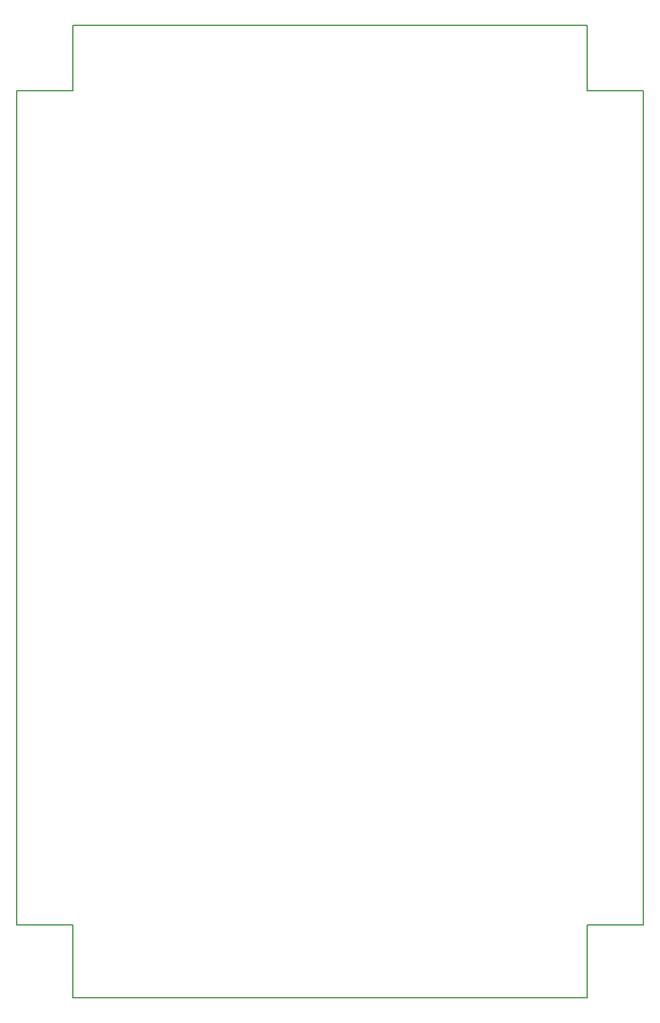
<source format=gbr>
G04 #@! TF.GenerationSoftware,KiCad,Pcbnew,5.1.5-52549c5~84~ubuntu18.04.1*
G04 #@! TF.CreationDate,2020-03-10T09:35:07+09:00*
G04 #@! TF.ProjectId,RFID-RC522_Raspberrypi,52464944-2d52-4433-9532-325f52617370,rev?*
G04 #@! TF.SameCoordinates,Original*
G04 #@! TF.FileFunction,Profile,NP*
%FSLAX46Y46*%
G04 Gerber Fmt 4.6, Leading zero omitted, Abs format (unit mm)*
G04 Created by KiCad (PCBNEW 5.1.5-52549c5~84~ubuntu18.04.1) date 2020-03-10 09:35:07*
%MOMM*%
%LPD*%
G04 APERTURE LIST*
%ADD10C,0.200000*%
G04 APERTURE END LIST*
D10*
X223000000Y-52750000D02*
X223000000Y-167250000D01*
X137000000Y-167250000D02*
X137000000Y-52750000D01*
X144750000Y-167250000D02*
X137000000Y-167250000D01*
X144750000Y-177250000D02*
X144750000Y-167250000D01*
X215250000Y-177250000D02*
X144750000Y-177250000D01*
X215250000Y-167250000D02*
X215250000Y-177250000D01*
X223000000Y-167250000D02*
X215250000Y-167250000D01*
X144750000Y-52750000D02*
X137000000Y-52750000D01*
X144750000Y-43750000D02*
X144750000Y-52750000D01*
X215250000Y-43750000D02*
X144750000Y-43750000D01*
X215250000Y-52750000D02*
X215250000Y-43750000D01*
X223000000Y-52750000D02*
X215250000Y-52750000D01*
X137000000Y-52750000D02*
X137000000Y-53000000D01*
X141000000Y-52750000D02*
X137000000Y-52750000D01*
X223000000Y-52750000D02*
X219000000Y-52750000D01*
X223000000Y-53000000D02*
X223000000Y-52750000D01*
X223000000Y-53000000D02*
X223000000Y-59000000D01*
X137000000Y-59000000D02*
X137000000Y-53000000D01*
X137000000Y-59000000D02*
X137000000Y-100000000D01*
X223000000Y-100000000D02*
X223000000Y-59000000D01*
M02*

</source>
